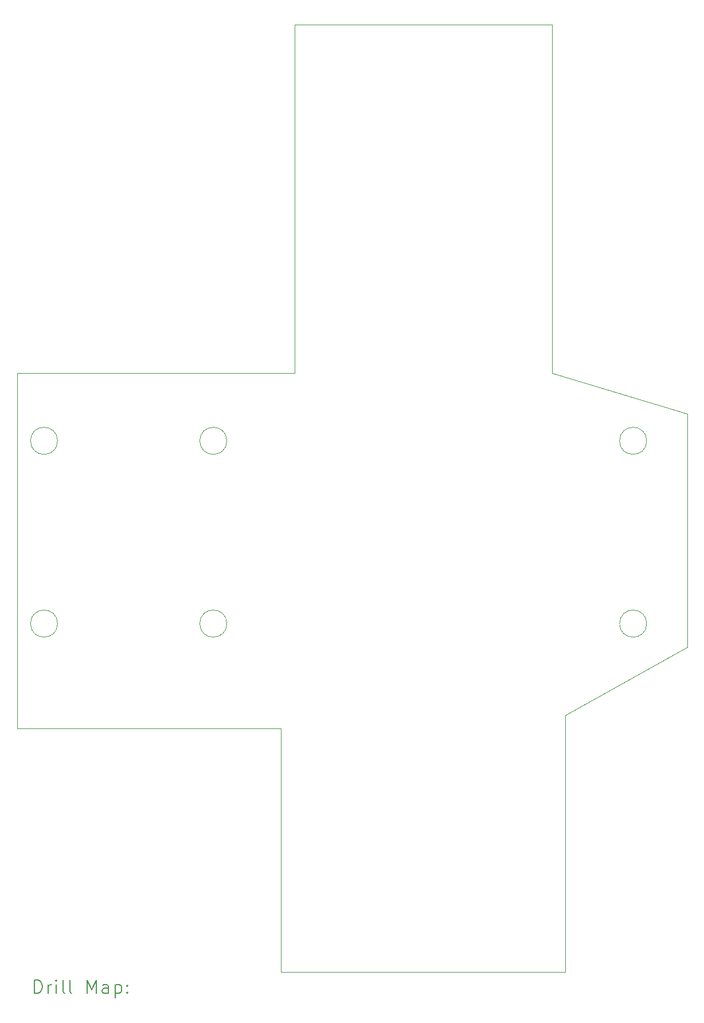
<source format=gbr>
%TF.GenerationSoftware,KiCad,Pcbnew,9.0.6*%
%TF.CreationDate,2025-12-23T20:17:27-05:00*%
%TF.ProjectId,TacoCopter_Flight_Controller,5461636f-436f-4707-9465-725f466c6967,rev?*%
%TF.SameCoordinates,Original*%
%TF.FileFunction,Drillmap*%
%TF.FilePolarity,Positive*%
%FSLAX45Y45*%
G04 Gerber Fmt 4.5, Leading zero omitted, Abs format (unit mm)*
G04 Created by KiCad (PCBNEW 9.0.6) date 2025-12-23 20:17:27*
%MOMM*%
%LPD*%
G01*
G04 APERTURE LIST*
%ADD10C,0.050000*%
%ADD11C,0.200000*%
G04 APERTURE END LIST*
D10*
X18900000Y-11700000D02*
X18900000Y-8250000D01*
X9600000Y-8650000D02*
G75*
G02*
X9200000Y-8650000I-200000J0D01*
G01*
X9200000Y-8650000D02*
G75*
G02*
X9600000Y-8650000I200000J0D01*
G01*
X9600000Y-11350000D02*
G75*
G02*
X9200000Y-11350000I-200000J0D01*
G01*
X9200000Y-11350000D02*
G75*
G02*
X9600000Y-11350000I200000J0D01*
G01*
X13100000Y-7650000D02*
X9000000Y-7650000D01*
X16900000Y-7650000D02*
X16900000Y-2500000D01*
X18300000Y-11350000D02*
G75*
G02*
X17900000Y-11350000I-200000J0D01*
G01*
X17900000Y-11350000D02*
G75*
G02*
X18300000Y-11350000I200000J0D01*
G01*
X9000000Y-7650000D02*
X9000000Y-12900000D01*
X18300000Y-8650000D02*
G75*
G02*
X17900000Y-8650000I-200000J0D01*
G01*
X17900000Y-8650000D02*
G75*
G02*
X18300000Y-8650000I200000J0D01*
G01*
X13100000Y-2500000D02*
X13100000Y-7650000D01*
X9000000Y-12900000D02*
X12900000Y-12900000D01*
X18900000Y-8250000D02*
X16900000Y-7650000D01*
X17100000Y-12700000D02*
X18900000Y-11700000D01*
X12900000Y-16500000D02*
X17100000Y-16500000D01*
X12100000Y-11350000D02*
G75*
G02*
X11700000Y-11350000I-200000J0D01*
G01*
X11700000Y-11350000D02*
G75*
G02*
X12100000Y-11350000I200000J0D01*
G01*
X17100000Y-16500000D02*
X17100000Y-12700000D01*
X12900000Y-12900000D02*
X12900000Y-16500000D01*
X12100000Y-8650000D02*
G75*
G02*
X11700000Y-8650000I-200000J0D01*
G01*
X11700000Y-8650000D02*
G75*
G02*
X12100000Y-8650000I200000J0D01*
G01*
X16900000Y-2500000D02*
X13100000Y-2500000D01*
D11*
X9258277Y-16813984D02*
X9258277Y-16613984D01*
X9258277Y-16613984D02*
X9305896Y-16613984D01*
X9305896Y-16613984D02*
X9334467Y-16623508D01*
X9334467Y-16623508D02*
X9353515Y-16642555D01*
X9353515Y-16642555D02*
X9363039Y-16661603D01*
X9363039Y-16661603D02*
X9372563Y-16699698D01*
X9372563Y-16699698D02*
X9372563Y-16728269D01*
X9372563Y-16728269D02*
X9363039Y-16766365D01*
X9363039Y-16766365D02*
X9353515Y-16785412D01*
X9353515Y-16785412D02*
X9334467Y-16804460D01*
X9334467Y-16804460D02*
X9305896Y-16813984D01*
X9305896Y-16813984D02*
X9258277Y-16813984D01*
X9458277Y-16813984D02*
X9458277Y-16680650D01*
X9458277Y-16718746D02*
X9467801Y-16699698D01*
X9467801Y-16699698D02*
X9477324Y-16690174D01*
X9477324Y-16690174D02*
X9496372Y-16680650D01*
X9496372Y-16680650D02*
X9515420Y-16680650D01*
X9582086Y-16813984D02*
X9582086Y-16680650D01*
X9582086Y-16613984D02*
X9572563Y-16623508D01*
X9572563Y-16623508D02*
X9582086Y-16633031D01*
X9582086Y-16633031D02*
X9591610Y-16623508D01*
X9591610Y-16623508D02*
X9582086Y-16613984D01*
X9582086Y-16613984D02*
X9582086Y-16633031D01*
X9705896Y-16813984D02*
X9686848Y-16804460D01*
X9686848Y-16804460D02*
X9677324Y-16785412D01*
X9677324Y-16785412D02*
X9677324Y-16613984D01*
X9810658Y-16813984D02*
X9791610Y-16804460D01*
X9791610Y-16804460D02*
X9782086Y-16785412D01*
X9782086Y-16785412D02*
X9782086Y-16613984D01*
X10039229Y-16813984D02*
X10039229Y-16613984D01*
X10039229Y-16613984D02*
X10105896Y-16756841D01*
X10105896Y-16756841D02*
X10172563Y-16613984D01*
X10172563Y-16613984D02*
X10172563Y-16813984D01*
X10353515Y-16813984D02*
X10353515Y-16709222D01*
X10353515Y-16709222D02*
X10343991Y-16690174D01*
X10343991Y-16690174D02*
X10324944Y-16680650D01*
X10324944Y-16680650D02*
X10286848Y-16680650D01*
X10286848Y-16680650D02*
X10267801Y-16690174D01*
X10353515Y-16804460D02*
X10334467Y-16813984D01*
X10334467Y-16813984D02*
X10286848Y-16813984D01*
X10286848Y-16813984D02*
X10267801Y-16804460D01*
X10267801Y-16804460D02*
X10258277Y-16785412D01*
X10258277Y-16785412D02*
X10258277Y-16766365D01*
X10258277Y-16766365D02*
X10267801Y-16747317D01*
X10267801Y-16747317D02*
X10286848Y-16737793D01*
X10286848Y-16737793D02*
X10334467Y-16737793D01*
X10334467Y-16737793D02*
X10353515Y-16728269D01*
X10448753Y-16680650D02*
X10448753Y-16880650D01*
X10448753Y-16690174D02*
X10467801Y-16680650D01*
X10467801Y-16680650D02*
X10505896Y-16680650D01*
X10505896Y-16680650D02*
X10524944Y-16690174D01*
X10524944Y-16690174D02*
X10534467Y-16699698D01*
X10534467Y-16699698D02*
X10543991Y-16718746D01*
X10543991Y-16718746D02*
X10543991Y-16775888D01*
X10543991Y-16775888D02*
X10534467Y-16794936D01*
X10534467Y-16794936D02*
X10524944Y-16804460D01*
X10524944Y-16804460D02*
X10505896Y-16813984D01*
X10505896Y-16813984D02*
X10467801Y-16813984D01*
X10467801Y-16813984D02*
X10448753Y-16804460D01*
X10629705Y-16794936D02*
X10639229Y-16804460D01*
X10639229Y-16804460D02*
X10629705Y-16813984D01*
X10629705Y-16813984D02*
X10620182Y-16804460D01*
X10620182Y-16804460D02*
X10629705Y-16794936D01*
X10629705Y-16794936D02*
X10629705Y-16813984D01*
X10629705Y-16690174D02*
X10639229Y-16699698D01*
X10639229Y-16699698D02*
X10629705Y-16709222D01*
X10629705Y-16709222D02*
X10620182Y-16699698D01*
X10620182Y-16699698D02*
X10629705Y-16690174D01*
X10629705Y-16690174D02*
X10629705Y-16709222D01*
M02*

</source>
